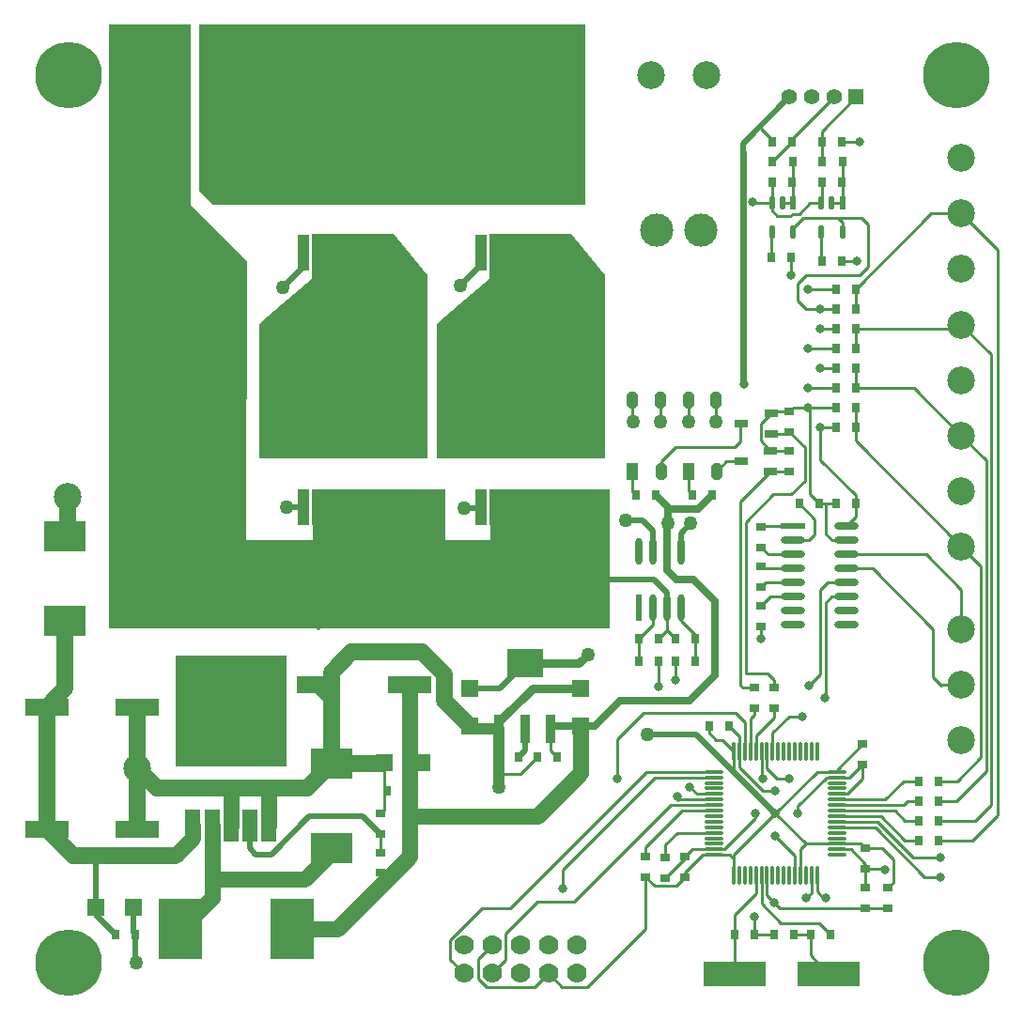
<source format=gtl>
%FSTAX24Y24*%
%MOIN*%
G70*
G01*
G75*
G04 Layer_Physical_Order=1*
G04 Layer_Color=255*
%ADD10R,0.2200X0.0900*%
%ADD11R,0.0315X0.0374*%
%ADD12R,0.0551X0.1181*%
%ADD13R,0.3937X0.3937*%
%ADD14R,0.1575X0.2165*%
%ADD15R,0.0374X0.1004*%
%ADD16R,0.1299X0.1004*%
%ADD17R,0.0374X0.0315*%
%ADD18R,0.0630X0.0630*%
%ADD19R,0.0630X0.0630*%
%ADD20R,0.1575X0.0591*%
%ADD21R,0.1500X0.1100*%
%ADD22R,0.0394X0.1300*%
%ADD23R,0.4300X0.4500*%
%ADD24O,0.0236X0.0945*%
%ADD25R,0.0236X0.0945*%
%ADD26O,0.0709X0.0118*%
%ADD27O,0.0118X0.0709*%
G04:AMPARAMS|DCode=28|XSize=59.1mil|YSize=39.4mil|CornerRadius=0mil|HoleSize=0mil|Usage=FLASHONLY|Rotation=90.000|XOffset=0mil|YOffset=0mil|HoleType=Round|Shape=Octagon|*
%AMOCTAGOND28*
4,1,8,0.0098,0.0295,-0.0098,0.0295,-0.0197,0.0197,-0.0197,-0.0197,-0.0098,-0.0295,0.0098,-0.0295,0.0197,-0.0197,0.0197,0.0197,0.0098,0.0295,0.0*
%
%ADD28OCTAGOND28*%

%ADD29R,0.0394X0.0591*%
%ADD30R,0.0472X0.0256*%
G04:AMPARAMS|DCode=31|XSize=21.7mil|YSize=47.2mil|CornerRadius=0mil|HoleSize=0mil|Usage=FLASHONLY|Rotation=0.000|XOffset=0mil|YOffset=0mil|HoleType=Round|Shape=Octagon|*
%AMOCTAGOND31*
4,1,8,-0.0054,0.0236,0.0054,0.0236,0.0108,0.0182,0.0108,-0.0182,0.0054,-0.0236,-0.0054,-0.0236,-0.0108,-0.0182,-0.0108,0.0182,-0.0054,0.0236,0.0*
%
%ADD31OCTAGOND31*%

%ADD32R,0.0217X0.0472*%
%ADD33R,0.0866X0.0236*%
%ADD34O,0.0866X0.0236*%
%ADD35C,0.0100*%
%ADD36C,0.0200*%
%ADD37C,0.0550*%
%ADD38C,0.0600*%
%ADD39C,0.0250*%
%ADD40C,0.0300*%
%ADD41C,0.0400*%
%ADD42C,0.2362*%
%ADD43C,0.0984*%
%ADD44R,0.0551X0.0551*%
%ADD45C,0.0551*%
%ADD46C,0.1181*%
%ADD47C,0.0700*%
%ADD48C,0.0320*%
%ADD49C,0.0500*%
G36*
X027692Y042505D02*
Y036005D01*
X021742D01*
Y040755D01*
X021782Y040805D01*
X022542Y041465D01*
X023602Y042375D01*
Y043955D01*
X026492D01*
X027692Y042505D01*
D02*
G37*
G36*
X019292Y045005D02*
X021292Y043005D01*
X021272Y033115D01*
X023642D01*
Y034905D01*
X028332D01*
Y033115D01*
X029942D01*
Y034905D01*
X034172Y034885D01*
Y029965D01*
X016392Y029955D01*
Y051405D01*
X019292D01*
Y045005D01*
D02*
G37*
G36*
X033292D02*
X020092D01*
X019592Y045505D01*
Y051405D01*
X033292D01*
Y045005D01*
D02*
G37*
G36*
X033992Y042505D02*
Y036005D01*
X028042D01*
Y040755D01*
X028082Y040805D01*
X028842Y041465D01*
X029902Y042375D01*
Y043955D01*
X032792D01*
X033992Y042505D01*
D02*
G37*
D10*
X04195Y0177D02*
D03*
X038604D02*
D03*
D11*
X042004Y0191D02*
D03*
X041296D02*
D03*
X040704D02*
D03*
X039996D02*
D03*
X039304D02*
D03*
X038596D02*
D03*
X030924Y025394D02*
D03*
X030215D02*
D03*
X031593D02*
D03*
X032302D02*
D03*
X016633Y019094D02*
D03*
X017341D02*
D03*
X026987Y024213D02*
D03*
X026278D02*
D03*
X037696Y0265D02*
D03*
X038404D02*
D03*
X036496Y0296D02*
D03*
X037204D02*
D03*
X037096Y0347D02*
D03*
X037804D02*
D03*
X035904Y0296D02*
D03*
X035196D02*
D03*
X037204Y0288D02*
D03*
X036496D02*
D03*
X035096Y0347D02*
D03*
X035804D02*
D03*
X042904Y0385D02*
D03*
X042196D02*
D03*
X042904Y0399D02*
D03*
X042196D02*
D03*
X042904Y042D02*
D03*
X042196D02*
D03*
X042904Y0378D02*
D03*
X042196D02*
D03*
X041696Y04725D02*
D03*
X042404D02*
D03*
X042904Y0371D02*
D03*
X042196D02*
D03*
X042904Y0392D02*
D03*
X042196D02*
D03*
X040664Y04654D02*
D03*
X039956D02*
D03*
X040654Y04581D02*
D03*
X039946D02*
D03*
X042904Y0406D02*
D03*
X042196D02*
D03*
X042904Y0413D02*
D03*
X042196D02*
D03*
X042424Y04655D02*
D03*
X041716D02*
D03*
X042414Y0458D02*
D03*
X041706D02*
D03*
X040654Y04725D02*
D03*
X039946D02*
D03*
X042904Y0344D02*
D03*
X042196D02*
D03*
X040896D02*
D03*
X041604D02*
D03*
X041696Y043D02*
D03*
X042404D02*
D03*
X039896Y04315D02*
D03*
X040604D02*
D03*
X035196Y0288D02*
D03*
X035904D02*
D03*
X045146Y02455D02*
D03*
X045854D02*
D03*
X045146Y02385D02*
D03*
X045854D02*
D03*
X045146Y02315D02*
D03*
X045854D02*
D03*
X045146Y02245D02*
D03*
X045854D02*
D03*
D12*
X019389Y022972D02*
D03*
X020058D02*
D03*
X020727D02*
D03*
X021396D02*
D03*
X022066D02*
D03*
D13*
X020727Y027028D02*
D03*
D14*
X018956Y019291D02*
D03*
X022893D02*
D03*
D15*
X030255Y026388D02*
D03*
X03116D02*
D03*
X032066D02*
D03*
D16*
X03116Y02873D02*
D03*
D17*
X026042Y022008D02*
D03*
Y021299D02*
D03*
Y022677D02*
D03*
Y023386D02*
D03*
X03685Y021146D02*
D03*
Y021854D02*
D03*
X04315Y025854D02*
D03*
Y025146D02*
D03*
X04325Y022154D02*
D03*
Y021446D02*
D03*
Y020754D02*
D03*
Y020046D02*
D03*
X04405Y020046D02*
D03*
Y020754D02*
D03*
X04055Y036946D02*
D03*
Y037654D02*
D03*
X03615Y021116D02*
D03*
Y021824D02*
D03*
X04055Y035546D02*
D03*
Y036254D02*
D03*
X03545Y021854D02*
D03*
Y021146D02*
D03*
X03955Y032846D02*
D03*
Y033554D02*
D03*
Y032154D02*
D03*
Y031446D02*
D03*
Y030754D02*
D03*
Y030046D02*
D03*
X0393Y027146D02*
D03*
Y027854D02*
D03*
X04Y027146D02*
D03*
Y027854D02*
D03*
D18*
X029192Y027835D02*
D03*
Y026496D02*
D03*
X033129Y027835D02*
D03*
Y026496D02*
D03*
D19*
X02616Y025197D02*
D03*
X027499D02*
D03*
X017263Y020079D02*
D03*
X015924D02*
D03*
D20*
X027066Y027953D02*
D03*
X023837D02*
D03*
X014192Y022835D02*
D03*
X01742D02*
D03*
Y027165D02*
D03*
X014192D02*
D03*
D21*
X014852Y033233D02*
D03*
Y030233D02*
D03*
X0243Y025162D02*
D03*
Y022162D02*
D03*
D22*
X023803Y043307D02*
D03*
X025803D02*
D03*
X024803D02*
D03*
X024303D02*
D03*
X025303D02*
D03*
X023303D02*
D03*
X026303D02*
D03*
X030102D02*
D03*
X032102D02*
D03*
X031102D02*
D03*
X030602D02*
D03*
X031602D02*
D03*
X029602D02*
D03*
X032602D02*
D03*
X023803Y034252D02*
D03*
X025803D02*
D03*
X024803D02*
D03*
X024303D02*
D03*
X025303D02*
D03*
X023303D02*
D03*
X026303D02*
D03*
X030102D02*
D03*
X032102D02*
D03*
X031102D02*
D03*
X030602D02*
D03*
X031602D02*
D03*
X029602D02*
D03*
X032602D02*
D03*
D23*
X024803Y047307D02*
D03*
X031102D02*
D03*
X024803Y038252D02*
D03*
X031102D02*
D03*
D24*
X0367Y032684D02*
D03*
X0362D02*
D03*
X0357D02*
D03*
X0352D02*
D03*
X0367Y030716D02*
D03*
X0362D02*
D03*
X0357D02*
D03*
D25*
X0352D02*
D03*
D26*
X037865Y021924D02*
D03*
Y02212D02*
D03*
Y022317D02*
D03*
Y022514D02*
D03*
Y022711D02*
D03*
Y022908D02*
D03*
Y023105D02*
D03*
Y023302D02*
D03*
Y023498D02*
D03*
Y023695D02*
D03*
Y023892D02*
D03*
Y024089D02*
D03*
Y024286D02*
D03*
Y024483D02*
D03*
Y02468D02*
D03*
Y024876D02*
D03*
X042235D02*
D03*
Y02468D02*
D03*
Y024483D02*
D03*
Y024286D02*
D03*
Y024089D02*
D03*
Y023892D02*
D03*
Y023695D02*
D03*
Y023498D02*
D03*
Y023302D02*
D03*
Y023105D02*
D03*
Y022908D02*
D03*
Y022711D02*
D03*
Y022514D02*
D03*
Y022317D02*
D03*
Y02212D02*
D03*
Y021924D02*
D03*
D27*
X038574Y025585D02*
D03*
X03877D02*
D03*
X038967D02*
D03*
X039164D02*
D03*
X039361D02*
D03*
X039558D02*
D03*
X039755D02*
D03*
X039952D02*
D03*
X040148D02*
D03*
X040345D02*
D03*
X040542D02*
D03*
X040739D02*
D03*
X040936D02*
D03*
X041133D02*
D03*
X04133D02*
D03*
X041526D02*
D03*
Y021215D02*
D03*
X04133D02*
D03*
X041133D02*
D03*
X040936D02*
D03*
X040739D02*
D03*
X040542D02*
D03*
X040345D02*
D03*
X040148D02*
D03*
X039952D02*
D03*
X039755D02*
D03*
X039558D02*
D03*
X039361D02*
D03*
X039164D02*
D03*
X038967D02*
D03*
X03877D02*
D03*
X038574D02*
D03*
D28*
X036957Y03808D02*
D03*
X037942D02*
D03*
X037961Y035542D02*
D03*
X034989Y03808D02*
D03*
X035973D02*
D03*
X035993Y035542D02*
D03*
D29*
X036957Y035542D02*
D03*
X034989Y035542D02*
D03*
D30*
X038848Y03723D02*
D03*
X039893Y036856D02*
D03*
Y037604D02*
D03*
X038828Y0359D02*
D03*
X039872Y035526D02*
D03*
Y036274D02*
D03*
D31*
X042424Y044028D02*
D03*
X041676D02*
D03*
X04205Y045062D02*
D03*
X041676D02*
D03*
X040674Y044038D02*
D03*
X039926D02*
D03*
X0403Y045072D02*
D03*
X039926D02*
D03*
D32*
X042424Y045062D02*
D03*
X040674Y045072D02*
D03*
D33*
X04067Y033593D02*
D03*
D34*
Y033093D02*
D03*
Y032593D02*
D03*
Y032093D02*
D03*
Y031593D02*
D03*
Y031093D02*
D03*
Y030593D02*
D03*
X04256Y033093D02*
D03*
Y032593D02*
D03*
Y032093D02*
D03*
Y031593D02*
D03*
Y031093D02*
D03*
Y030593D02*
D03*
Y030093D02*
D03*
Y033593D02*
D03*
X04067Y030093D02*
D03*
D35*
X030475Y019129D02*
X031616Y020271D01*
X032921D01*
X030475Y018197D02*
Y019129D01*
X029995Y017717D02*
X030475Y018197D01*
X035476Y024876D02*
X037865D01*
X0207Y024213D02*
X022066D01*
X03955Y0296D02*
Y030046D01*
X031515Y017237D02*
X031995Y017717D01*
X029796Y017237D02*
X031515D01*
X029515Y017518D02*
X029796Y017237D01*
X029515Y017518D02*
Y018237D01*
X029995Y018717D01*
X030176Y025D02*
Y025354D01*
X038967Y025585D02*
Y026633D01*
X039996Y0191D02*
X04005Y019046D01*
X038404Y0265D02*
X03877Y026134D01*
Y025585D02*
Y026134D01*
X04128Y034724D02*
X041604Y0344D01*
X04128Y034724D02*
Y03772D01*
X0412Y0378D02*
X04128Y03772D01*
X04424Y020944D02*
Y02176D01*
X04405Y020754D02*
X04424Y020944D01*
X043846Y022154D02*
X04424Y02176D01*
X04325Y022154D02*
X043846D01*
X04Y027854D02*
Y02815D01*
X039773Y028377D02*
X04Y02815D01*
X039Y028377D02*
X039773D01*
X03882Y027925D02*
X038891Y027854D01*
X0393D01*
X04Y0268D02*
Y027146D01*
X039361Y026161D02*
X04Y0268D01*
X039361Y025585D02*
Y026161D01*
X0393Y0269D02*
Y027146D01*
X039164Y026764D02*
X0393Y0269D01*
X039164Y025585D02*
Y026764D01*
X039Y028377D02*
Y033745D01*
X039892Y035546D02*
X04055D01*
X039872Y035526D02*
X039892Y035546D01*
X039527Y03662D02*
X039872Y036274D01*
X039527Y03662D02*
Y037238D01*
X039893Y037604D01*
X04315Y024638D02*
Y025146D01*
X042601Y024089D02*
X04315Y024638D01*
X042235Y024089D02*
X042601D01*
X042684Y02468D02*
X04315Y025146D01*
X042235Y02468D02*
X042684D01*
X04115Y0413D02*
X04165D01*
X04115Y0425D02*
X04305D01*
X04335Y0428D01*
Y0443D01*
X04311Y04454D02*
X04335Y0443D01*
X036957Y034838D02*
X037096Y0347D01*
X036957Y034838D02*
Y035542D01*
X034989Y034807D02*
X035096Y0347D01*
X034989Y034807D02*
Y035542D01*
X035993D02*
Y035893D01*
X0365Y0364D01*
X0386D01*
X0388Y0366D01*
Y037182D01*
X038848Y03723D01*
X037961Y035542D02*
X038319Y0359D01*
X038828D01*
X039893Y037604D02*
X039943Y037654D01*
X04055D01*
X039872Y036274D02*
X039892Y036254D01*
X04055D01*
Y037654D02*
X040696Y0378D01*
X0412D01*
X04165Y0413D02*
X042196D01*
X04165Y0406D02*
X042196D01*
X04165Y0392D02*
X042196D01*
X04165Y0371D02*
X042196D01*
X0412Y0378D02*
X042196D01*
X0412Y0385D02*
X042196D01*
X0412Y0399D02*
X042196D01*
X0412Y042D02*
X042196D01*
X042404Y043D02*
X04295D01*
X0406Y0425D02*
X040604Y042504D01*
Y04315D01*
X041676Y043019D02*
X041696Y043D01*
X041676Y043019D02*
Y044028D01*
X039896Y044008D02*
X039926Y044038D01*
X039896Y04315D02*
Y044008D01*
X042235Y022908D02*
X043592D01*
X042235Y023105D02*
X043674D01*
X04648Y02385D02*
X04753Y0249D01*
Y035935D01*
X045854Y02385D02*
X04648D01*
X04735Y0254D02*
Y032178D01*
X0465Y02455D02*
X04735Y0254D01*
X045854Y02455D02*
X0465D01*
X045854Y02245D02*
X04705D01*
X04795Y02335D01*
X04715Y02315D02*
X04771Y02371D01*
X045854Y02315D02*
X04715D01*
X04465Y02245D02*
X045146D01*
X043798Y023302D02*
X04465Y02245D01*
X042235Y023302D02*
X043798D01*
X04465Y02315D02*
X045146D01*
X044302Y023498D02*
X04465Y02315D01*
X042235Y023498D02*
X044302D01*
X04475Y02385D02*
X045146D01*
X044595Y023695D02*
X04475Y02385D01*
X042235Y023695D02*
X044595D01*
X0446Y02455D02*
X045146D01*
X043942Y023892D02*
X0446Y02455D01*
X042235Y023892D02*
X043942D01*
X04795Y02335D02*
Y043389D01*
X046654Y044685D02*
X04795Y043389D01*
X04771Y02371D02*
Y039692D01*
X046654Y040748D02*
X04771Y039692D01*
X046654Y036811D02*
X04753Y035935D01*
X046654Y032874D02*
X04735Y032178D01*
X045589Y044685D02*
X046654D01*
X042904Y042D02*
X045589Y044685D01*
X046506Y0406D02*
X046654Y040748D01*
X042904Y0406D02*
X046506D01*
X044965Y0385D02*
X046654Y036811D01*
X042904Y0385D02*
X044965D01*
X042904Y036623D02*
X046654Y032874D01*
X042904Y036623D02*
Y0371D01*
X042904Y0371D01*
Y0378D01*
X042904Y0385D02*
X042904Y0385D01*
X042904Y0385D02*
Y0392D01*
Y0399D02*
X042904Y0399D01*
X042904Y0399D02*
Y0406D01*
Y0413D02*
X042904Y0413D01*
Y042D01*
X039946Y04725D02*
X04D01*
X042404D02*
X04305D01*
X041696Y047601D02*
X042913Y048819D01*
X041696Y04725D02*
Y047601D01*
Y04725D02*
X041716Y04723D01*
Y04655D02*
Y04723D01*
X040654Y047347D02*
X042126Y048819D01*
X040654Y04725D02*
Y047347D01*
Y047239D02*
Y04725D01*
X039956Y04654D02*
X040654Y047239D01*
X039956Y04654D02*
Y046649D01*
X03675Y023498D02*
X037865D01*
X035452Y0222D02*
X03675Y023498D01*
X03545Y0222D02*
X035452D01*
X03545Y021854D02*
Y0222D01*
Y021146D02*
X035767Y020828D01*
X036533D01*
X03685Y021146D01*
X03615Y0223D02*
X036561Y022711D01*
X03615Y021824D02*
Y0223D01*
X036561Y022711D02*
X037865D01*
X03615Y021116D02*
X03685Y021816D01*
Y021854D01*
X04185Y0203D02*
Y0204D01*
X041526Y020624D02*
Y021215D01*
X04133Y02058D02*
Y021215D01*
X04115Y0204D02*
X04133Y02058D01*
X037204Y0288D02*
X037204Y0288D01*
Y0296D01*
X035196Y0288D02*
X035196Y0288D01*
X035196Y0288D02*
Y0296D01*
X037204D02*
Y029746D01*
X0367Y03025D02*
X037204Y029746D01*
X0367Y03025D02*
Y030716D01*
X0362Y029896D02*
X036496Y0296D01*
X035904D02*
X0362Y029896D01*
Y030716D01*
X035196Y0296D02*
X0357Y030104D01*
Y030716D01*
X039755Y020495D02*
Y021215D01*
X04325Y020754D02*
Y021446D01*
X037Y02435D02*
X037261Y024089D01*
X037865D01*
X03656Y0239D02*
X03658Y02388D01*
X03656Y0239D02*
Y02399D01*
X03658Y02388D02*
X036592Y023892D01*
X037865D01*
X039304Y0191D02*
X039996D01*
X043904Y021446D02*
X04395Y0214D01*
X04325Y021446D02*
X043904D01*
X038231Y02212D02*
X03935Y02324D01*
Y0234D01*
X037865Y02212D02*
X038231D01*
X04005Y0226D02*
X040739Y021911D01*
Y021215D02*
Y021911D01*
X04085Y0234D02*
Y02366D01*
X041869Y02468D01*
X042235D01*
X038574Y021776D02*
Y021924D01*
Y021215D02*
Y021776D01*
X038426Y021924D02*
X038574Y021776D01*
Y021924D02*
X04005Y0234D01*
X040936Y02212D02*
X041133Y022317D01*
X040936Y021215D02*
Y02212D01*
X04005Y0234D02*
X041133Y022317D01*
X042235D01*
X04005Y0234D02*
X041526Y024876D01*
X042235D01*
X04325Y021446D02*
Y0216D01*
X04273Y02212D02*
X04325Y0216D01*
X042235Y02212D02*
X04273D01*
X043087Y022317D02*
X04325Y022154D01*
X042235Y022317D02*
X043087D01*
X042235Y024939D02*
X04315Y025854D01*
X042235Y024876D02*
Y024939D01*
X037696Y026254D02*
Y0265D01*
Y026254D02*
X03795Y026D01*
X038159D01*
X038574Y025585D01*
X037865Y021924D02*
X038426D01*
X03685Y021146D02*
Y0213D01*
X037474Y021924D01*
X037865D01*
X03685Y021854D02*
X037116Y02212D01*
X037865D01*
X041604Y0195D02*
X042004Y0191D01*
X041296Y018354D02*
X04195Y0177D01*
X041296Y018354D02*
Y0191D01*
X040704D02*
X041296D01*
X038596Y017708D02*
Y0191D01*
X04256Y033593D02*
X042904Y033937D01*
Y0344D01*
X03955Y030754D02*
X039889Y031093D01*
X04067D01*
X03955Y031446D02*
X039698Y031593D01*
X04067D01*
X03955Y032154D02*
X039611Y032093D01*
X04067D01*
X03955Y032846D02*
X039802Y032593D01*
X04067D01*
X03955Y033554D02*
X039589Y033593D01*
X04067D01*
X040896Y0344D02*
X04145Y033846D01*
Y0333D02*
Y033846D01*
X041243Y033093D02*
X04145Y0333D01*
X04067Y033093D02*
X041243D01*
X04185Y0333D02*
Y0344D01*
X042196D01*
X041604D02*
X04185D01*
Y0333D02*
X042057Y033093D01*
X04256D01*
X04226Y04454D02*
X04311D01*
X03925Y04509D02*
X039268Y045072D01*
X039926D01*
Y044784D02*
Y045072D01*
Y044784D02*
X0401Y04461D01*
X04059D01*
X04065Y04467D02*
X040897D01*
X041289Y045062D01*
X04059Y04461D02*
X04065Y04467D01*
X041289Y045062D02*
X041676D01*
X040674Y044038D02*
Y044164D01*
X04105Y04454D01*
X04226D01*
X042424Y044376D01*
Y044028D02*
Y044376D01*
X041676Y045062D02*
X041706Y045091D01*
Y0458D01*
X039926Y045072D02*
X039946Y045092D01*
Y04581D01*
X040664Y045082D02*
Y04654D01*
X0403Y045072D02*
X040674D01*
X040664Y045082D02*
X040674Y045072D01*
X042414Y0458D02*
X042424Y04579D01*
Y045062D02*
Y04579D01*
X04205Y045062D02*
X042424D01*
X042414Y0458D02*
X042424Y04581D01*
Y04655D01*
X014852Y033233D02*
X01494Y033321D01*
X023303Y034252D02*
X023315Y034264D01*
X02959Y03424D02*
X029602Y034252D01*
X036957Y037291D02*
Y03808D01*
Y037291D02*
X036958Y03729D01*
X037942Y037313D02*
Y03808D01*
X037938Y03731D02*
X037942Y037313D01*
X03597Y03731D02*
X035973Y037313D01*
Y03808D01*
X034989Y037291D02*
X03499Y03729D01*
X034989Y037291D02*
Y03808D01*
X031003Y024803D02*
X031593Y025394D01*
X030373Y024803D02*
X031003D01*
X032066Y02563D02*
X032302Y025394D01*
X032066Y02563D02*
Y026388D01*
X030176Y025354D02*
X030215Y025394D01*
X02368Y030118D02*
X023837Y029961D01*
X026042Y023386D02*
X02616Y023504D01*
X026125Y025162D02*
X02616Y025197D01*
X026042Y022008D02*
Y022677D01*
X03896Y03866D02*
Y04691D01*
X03895Y03865D02*
X03896Y03866D01*
X04165Y03595D02*
Y0371D01*
Y03595D02*
X042904Y034696D01*
Y0344D02*
Y034696D01*
X04085Y0416D02*
X04115Y0413D01*
X04085Y0422D02*
X04115Y0425D01*
X04085Y0416D02*
Y0422D01*
X0418Y0275D02*
X04183Y02753D01*
X04125Y02795D02*
X04165Y02835D01*
X036496Y02815D02*
Y0288D01*
X038574Y024876D02*
Y025585D01*
X039361Y020561D02*
Y021215D01*
X038596Y0191D02*
Y019796D01*
X039361Y020561D01*
X039558Y020192D02*
X04025Y0195D01*
X041604D01*
X039558Y020192D02*
Y021215D01*
X039304Y0191D02*
Y019746D01*
X0393Y01975D02*
X039304Y019746D01*
X04Y02025D02*
X040204Y020046D01*
X039755Y020495D02*
X04Y02025D01*
X043674Y023105D02*
X044928Y02185D01*
X0459D01*
X04535Y02115D02*
X0459D01*
X043592Y022908D02*
X04535Y02115D01*
X041526Y020624D02*
X04185Y0203D01*
X03577Y02468D02*
X037865D01*
X039952Y026252D02*
X04055Y02685D01*
X041D01*
X039952Y025585D02*
Y026252D01*
X0396Y0242D02*
X04005D01*
X03877Y02503D02*
Y025585D01*
Y02503D02*
X0396Y0242D01*
X039558Y024692D02*
X0396Y02465D01*
X039558Y024692D02*
Y025585D01*
X039755Y024995D02*
X0401Y02465D01*
X039755Y024995D02*
Y025585D01*
X0401Y02465D02*
X04055D01*
X03545Y0193D02*
Y021146D01*
X032475Y017237D02*
X033387D01*
X031995Y017717D02*
X032475Y017237D01*
X033387D02*
X03545Y0193D01*
X03445Y02605D02*
X035366Y026966D01*
X03445Y02465D02*
Y02605D01*
X035366Y026966D02*
X038634D01*
X038967Y026633D01*
X030255Y024921D02*
X030373Y024803D01*
X030176Y025D02*
X030255Y024921D01*
X035904Y027904D02*
Y0288D01*
X0359Y0279D02*
X035904Y027904D01*
X02616Y023504D02*
Y025197D01*
X03955Y0477D02*
X04Y04725D01*
X039893Y036856D02*
X040461D01*
X04055Y036946D01*
X041096Y0364D01*
X039Y033745D02*
X039972Y034717D01*
X040617D02*
X041096Y035196D01*
X039972Y034717D02*
X040617D01*
X041096Y035196D02*
Y0364D01*
X03882Y027925D02*
Y034474D01*
X039872Y035526D01*
X04165Y03135D02*
X041893Y031593D01*
X04165Y02835D02*
Y03135D01*
X041893Y031593D02*
X04256D01*
X04183Y03088D02*
X042043Y031093D01*
X04183Y02753D02*
Y03088D01*
X042043Y031093D02*
X04256D01*
X043507Y032093D02*
X04565Y02995D01*
X04256Y032093D02*
X043507D01*
X04565Y02825D02*
Y02995D01*
Y02825D02*
X04595Y02795D01*
X045953Y027953D01*
X046654D01*
X04256Y032593D02*
X045407D01*
X046654Y031346D01*
Y029921D02*
Y031346D01*
X028515Y018197D02*
X028995Y017717D01*
X028515Y018197D02*
Y018915D01*
X02965Y02005D01*
X03065D01*
X035476Y024876D01*
X032921Y020271D02*
X036345Y023695D01*
X037865D01*
X0325Y02075D02*
Y021409D01*
X03577Y02468D01*
X040204Y020046D02*
X04405D01*
D36*
X030924Y025394D02*
X03116Y02563D01*
Y026388D01*
X030265Y027835D02*
X03116Y02873D01*
X029192Y027835D02*
X030265D01*
X022157Y021943D02*
X023514Y0233D01*
X021607Y021943D02*
X022157D01*
X021396Y022154D02*
X021607Y021943D01*
X023514Y0233D02*
X025419D01*
X026042Y022677D01*
X021396Y022154D02*
Y022972D01*
X017341Y01815D02*
X017381Y01811D01*
X017341Y01815D02*
Y019094D01*
X017263Y019173D02*
X017341Y019094D01*
X017263Y019173D02*
Y020079D01*
X0158Y0219D02*
X015924Y021776D01*
Y020079D02*
Y021776D01*
Y019803D02*
Y020079D01*
Y019803D02*
X016633Y019094D01*
X0355Y0262D02*
X03725D01*
X038574Y024876D02*
X04005Y0234D01*
X03725Y0262D02*
X038574Y024876D01*
X03891Y03869D02*
X03895Y03865D01*
X03891Y03869D02*
Y047178D01*
X040551Y048819D01*
X0357Y032684D02*
Y03345D01*
X03475Y0338D02*
X03535D01*
X0357Y03345D01*
X0367Y032684D02*
Y03335D01*
X03705Y0337D01*
X022703Y034252D02*
X023303D01*
X02899Y03424D02*
X02959D01*
X02887Y04212D02*
X029602Y042852D01*
Y043307D01*
X023303Y042795D02*
Y043307D01*
X022571Y042063D02*
X023303Y042795D01*
X0362Y030716D02*
Y03125D01*
X034Y0317D02*
X03575D01*
X0362Y03125D01*
D37*
X027066Y021866D02*
Y0233D01*
X0316D01*
X033129Y024829D01*
X022893Y019291D02*
X024491D01*
X02205Y0243D02*
X022066Y024284D01*
X0243Y022D02*
Y022162D01*
X023352Y021052D02*
X0243Y022D01*
X020069Y021052D02*
X023352D01*
X020058Y021063D02*
X020069Y021052D01*
X020058Y021063D02*
Y022972D01*
Y020394D02*
Y021063D01*
X018956Y019291D02*
X020058Y020394D01*
X022066Y024213D02*
Y024284D01*
Y022972D02*
Y024213D01*
X0207D02*
X020727Y024185D01*
Y022972D02*
Y024185D01*
X019389Y022539D02*
Y022972D01*
X0188Y02195D02*
X019389Y022539D01*
X033129Y024829D02*
Y026496D01*
X024491Y019291D02*
X027066Y021866D01*
Y0233D02*
Y027953D01*
D38*
X027519Y02912D02*
X0283Y028339D01*
Y027388D02*
Y028339D01*
X023837Y027953D02*
X0243Y02749D01*
Y025162D02*
Y02749D01*
X025005Y02912D02*
X027519D01*
X0283Y027388D02*
X029192Y026496D01*
X0243Y028416D02*
X025005Y02912D01*
X023438Y0243D02*
X0243Y025162D01*
X02205Y0243D02*
X023438D01*
X0181D02*
X02205D01*
X01742Y02498D02*
X0181Y0243D01*
X01742Y022835D02*
Y02498D01*
X0174Y025D02*
X01742Y02498D01*
X0174Y025D02*
Y027145D01*
X01742Y027165D01*
X0158Y0219D02*
X01875D01*
X01515D02*
X0158D01*
X014215Y022835D02*
X01515Y0219D01*
X01875D02*
X0188Y02195D01*
X014192Y027165D02*
X014852Y027825D01*
X014192Y022835D02*
Y027165D01*
X014852Y027825D02*
Y030233D01*
X01494Y033321D02*
Y03462D01*
X0243Y025162D02*
X026125D01*
X0243Y02749D02*
Y028416D01*
D39*
X033646Y026496D02*
X03455Y0274D01*
X0362Y032684D02*
Y03365D01*
X035804Y0347D02*
X03625Y034254D01*
X0362Y03365D02*
X03625Y0337D01*
Y0341D01*
Y034254D01*
Y0341D02*
X03635Y0342D01*
X037304D01*
X037804Y0347D01*
X03455Y0274D02*
X037D01*
X0379Y0283D01*
X0362Y03205D02*
Y032684D01*
Y03205D02*
X03655Y0317D01*
X037125D01*
X0379Y030925D01*
Y0283D02*
Y030925D01*
X032066Y026388D02*
X032174Y026496D01*
X033129D01*
X033646D01*
D40*
X031436Y027835D02*
X033129D01*
X030255Y026654D02*
X031436Y027835D01*
X030255Y026388D02*
Y026654D01*
X029192Y026496D02*
X0293Y026388D01*
X03116Y02873D02*
X03308D01*
X0334Y02905D01*
D41*
X0293Y026388D02*
X030255D01*
Y024405D02*
Y024921D01*
X0302Y02435D02*
X03025D01*
X0302D02*
X030255Y024405D01*
Y024921D02*
Y026388D01*
D42*
X014961Y049606D02*
D03*
X046457D02*
D03*
X046457Y01811D02*
D03*
X014961D02*
D03*
D43*
X018307Y049606D02*
D03*
X020276D02*
D03*
X03563D02*
D03*
X037598D02*
D03*
X046654Y034843D02*
D03*
Y036811D02*
D03*
Y03878D02*
D03*
Y040748D02*
D03*
Y042717D02*
D03*
Y044685D02*
D03*
Y046654D02*
D03*
Y032874D02*
D03*
Y029921D02*
D03*
Y027953D02*
D03*
Y025984D02*
D03*
X0174Y025D02*
D03*
X01494Y03462D02*
D03*
X033392Y041605D02*
D03*
X032392D02*
D03*
X031392D02*
D03*
X030392D02*
D03*
X027192D02*
D03*
X026192D02*
D03*
X025192D02*
D03*
X024192D02*
D03*
D44*
X042913Y048819D02*
D03*
D45*
X042126D02*
D03*
X041339D02*
D03*
X040551D02*
D03*
D46*
X035835Y044094D02*
D03*
X037394D02*
D03*
D47*
X030995Y018717D02*
D03*
Y017717D02*
D03*
X029995Y018717D02*
D03*
Y017717D02*
D03*
X028995Y018717D02*
D03*
Y017717D02*
D03*
X031995D02*
D03*
Y018717D02*
D03*
X032995Y017717D02*
D03*
Y018717D02*
D03*
D48*
X0325Y02075D02*
D03*
X03955Y0296D02*
D03*
X041Y02685D02*
D03*
X03925Y04509D02*
D03*
X04165Y0413D02*
D03*
Y0406D02*
D03*
Y0392D02*
D03*
Y0371D02*
D03*
X0412Y0378D02*
D03*
Y0385D02*
D03*
Y0399D02*
D03*
Y042D02*
D03*
X04295Y043D02*
D03*
X0406Y0425D02*
D03*
X0459Y02115D02*
D03*
X04305Y04725D02*
D03*
X04185Y0204D02*
D03*
X04115D02*
D03*
X037Y02435D02*
D03*
X03656Y02399D02*
D03*
X04085Y0234D02*
D03*
X04005Y0226D02*
D03*
Y0242D02*
D03*
Y0234D02*
D03*
X03935D02*
D03*
X03895Y03865D02*
D03*
X0418Y0275D02*
D03*
X04125Y02795D02*
D03*
X036496Y02815D02*
D03*
X0393Y01975D02*
D03*
X04Y02025D02*
D03*
X0459Y02185D02*
D03*
X04055Y02465D02*
D03*
X0396D02*
D03*
X03445D02*
D03*
X04395Y0214D02*
D03*
X0359Y0279D02*
D03*
D49*
X03625Y0337D02*
D03*
X03705D02*
D03*
X03475Y0338D02*
D03*
X022703Y034252D02*
D03*
X02899Y03424D02*
D03*
X022571Y042063D02*
D03*
X02887Y04212D02*
D03*
X036958Y03729D02*
D03*
X037938Y03731D02*
D03*
X03597Y03731D02*
D03*
X03499Y03729D02*
D03*
X017381Y01811D02*
D03*
X0334Y02905D02*
D03*
X0355Y0262D02*
D03*
X03025Y02435D02*
D03*
M02*

</source>
